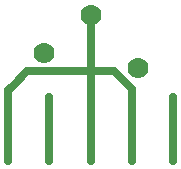
<source format=gbl>
G04 #@! TF.FileFunction,Copper,L2,Bot,Signal*
%FSLAX46Y46*%
G04 Gerber Fmt 4.6, Leading zero omitted, Abs format (unit mm)*
G04 Created by KiCad (PCBNEW 4.0.7-e2-6376~58~ubuntu16.04.1) date Tue Apr  3 19:40:46 2018*
%MOMM*%
%LPD*%
G01*
G04 APERTURE LIST*
%ADD10C,0.100000*%
%ADD11C,1.778000*%
%ADD12C,0.609600*%
%ADD13C,0.635000*%
G04 APERTURE END LIST*
D10*
D11*
X139700000Y-114300000D03*
X135700000Y-117550000D03*
X143700000Y-118800000D03*
D12*
X143200000Y-121300000D03*
X139700000Y-121300000D03*
X132700000Y-121300000D03*
X146700000Y-121300000D03*
X136200000Y-121300000D03*
D13*
X143200000Y-121300000D02*
X143200000Y-126700000D01*
X143200000Y-120600000D02*
X143200000Y-121300000D01*
X139700000Y-121300000D02*
X139700000Y-126700000D01*
X139700000Y-120300000D02*
X139700000Y-121300000D01*
X132700000Y-121300000D02*
X132700000Y-126700000D01*
X132700000Y-120700000D02*
X132700000Y-121300000D01*
X142900000Y-120300000D02*
X141700000Y-119100000D01*
X141700000Y-119100000D02*
X139700000Y-119100000D01*
X139700000Y-114300000D02*
X139700000Y-119100000D01*
X139700000Y-119100000D02*
X139700000Y-120300000D01*
X133100000Y-120300000D02*
X134300000Y-119100000D01*
X134300000Y-119100000D02*
X139700000Y-119100000D01*
X133100000Y-120300000D02*
X132700000Y-120700000D01*
X142900000Y-120300000D02*
X143200000Y-120600000D01*
X146700000Y-121300000D02*
X146700000Y-126700000D01*
X136200000Y-121300000D02*
X136200000Y-126700000D01*
M02*

</source>
